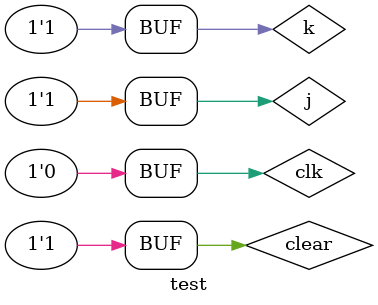
<source format=v>

`include "jk.v"

module contador(output[4:0]qnot,input x, input y, input clear,input clk);

wire [4:0]s;


jkff jk0(s[0],qnot[0],x,y,clk,clear);
jkff jk1(s[1],qnot[1],x,y,s[0],clear);
jkff jk2(s[2],qnot[2],x,y,s[1],clear);
jkff jk3(s[3],qnot[3],x,y,s[2],clear);
jkff jk4(s[4],qnot[4],x,y,s[3],clear);

endmodule

module test;

reg j, k, clear;
reg clk;
wire [4:0] s;

contador ct1 (s,j,k,clear,clk);
/*
initial begin
  clear = 0;
  j = 1;
  k = 0;
  clk = 0;
end
*/
initial begin:main
               // execucao unitaria
      $display("Exercicio91 - xxx yyy zzz - 999999");
      $display("Teste 1:");
      $monitor ( "%d %b %b %b %b %b %b %b %b %b %d", $time, j, k, clear, clk, s[4], s[3], s[2], s[1], s[0],s ); 

#1 clk = 1; j=1; k=0; clear=0;
#1 clk = 0; k=1;
#1 clk = 1;
#1 clk = 0;
#1 clk = 1;
#1 clk = 0;
#1 clk = 1;
#1 clk = 0;clear =1;
#1 clk = 1;
#1 clk = 0;
#1 clk = 1;
#1 clk = 0;
#1 clk = 1;
#1 clk = 0;

end
endmodule // testbuffer
</source>
